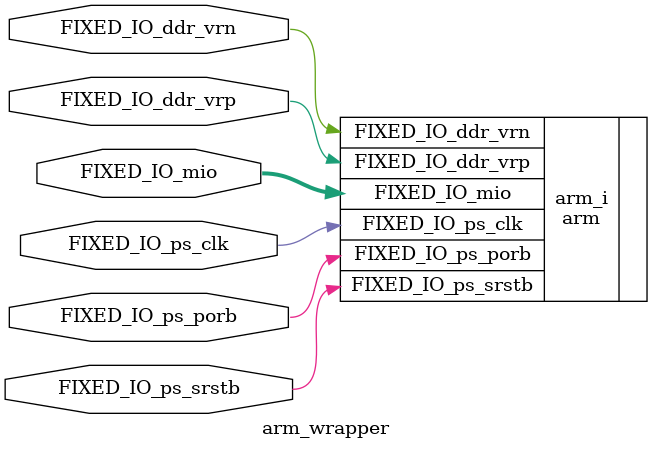
<source format=v>
`timescale 1 ps / 1 ps

module arm_wrapper
   (FIXED_IO_ddr_vrn,
    FIXED_IO_ddr_vrp,
    FIXED_IO_mio,
    FIXED_IO_ps_clk,
    FIXED_IO_ps_porb,
    FIXED_IO_ps_srstb);
  inout FIXED_IO_ddr_vrn;
  inout FIXED_IO_ddr_vrp;
  inout [53:0]FIXED_IO_mio;
  inout FIXED_IO_ps_clk;
  inout FIXED_IO_ps_porb;
  inout FIXED_IO_ps_srstb;

  wire FIXED_IO_ddr_vrn;
  wire FIXED_IO_ddr_vrp;
  wire [53:0]FIXED_IO_mio;
  wire FIXED_IO_ps_clk;
  wire FIXED_IO_ps_porb;
  wire FIXED_IO_ps_srstb;

  arm arm_i
       (.FIXED_IO_ddr_vrn(FIXED_IO_ddr_vrn),
        .FIXED_IO_ddr_vrp(FIXED_IO_ddr_vrp),
        .FIXED_IO_mio(FIXED_IO_mio),
        .FIXED_IO_ps_clk(FIXED_IO_ps_clk),
        .FIXED_IO_ps_porb(FIXED_IO_ps_porb),
        .FIXED_IO_ps_srstb(FIXED_IO_ps_srstb));
endmodule

</source>
